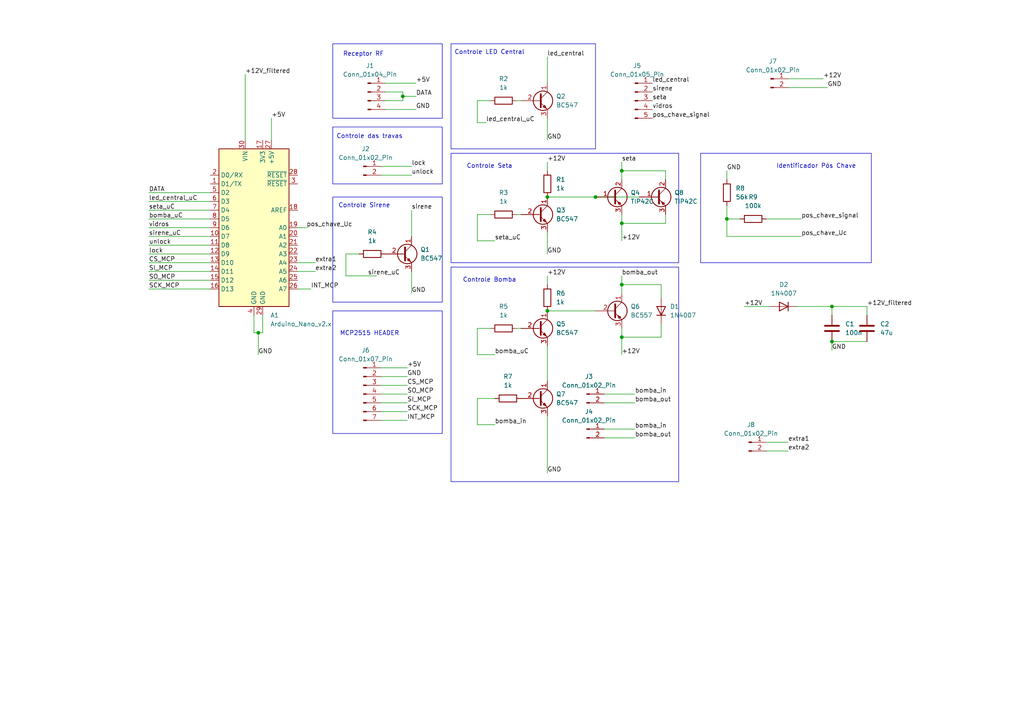
<source format=kicad_sch>
(kicad_sch (version 20231120) (generator "eeschema") (generator_version "8.0")
  (paper "A4")
  (lib_symbols
    (symbol "Connector:Conn_01x02_Pin" (pin_names (offset 1.016) hide)
      (property "Reference" "J" (at 0 2.54 0))
      (property "Value" "Conn_01x02_Pin" (at 0 -5.08 0))
      (symbol "Conn_01x02_Pin_1_1"
        (polyline (pts (xy 1.27 -2.54) (xy 0.8636 -2.54)) (stroke (width 0.1524)))
        (polyline (pts (xy 1.27 0) (xy 0.8636 0)) (stroke (width 0.1524)))
        (rectangle (start 0.8636 -2.413) (end 0 -2.667) (stroke (width 0.1524)) (fill (type outline)))
        (rectangle (start 0.8636 0.127) (end 0 -0.127) (stroke (width 0.1524)) (fill (type outline)))
        (pin passive line (at 5.08 0 180) (length 3.81) (name "Pin_1") (number "1"))
        (pin passive line (at 5.08 -2.54 180) (length 3.81) (name "Pin_2") (number "2"))
      )
    )
    (symbol "Connector:Conn_01x04_Pin" (pin_names (offset 1.016) hide)
      (property "Reference" "J" (at 0 5.08 0))
      (property "Value" "Conn_01x04_Pin" (at 0 -7.62 0))
      (symbol "Conn_01x04_Pin_1_1"
        (polyline (pts (xy 1.27 -5.08) (xy 0.8636 -5.08)) (stroke (width 0.1524)))
        (polyline (pts (xy 1.27 -2.54) (xy 0.8636 -2.54)) (stroke (width 0.1524)))
        (polyline (pts (xy 1.27 0) (xy 0.8636 0)) (stroke (width 0.1524)))
        (polyline (pts (xy 1.27 2.54) (xy 0.8636 2.54)) (stroke (width 0.1524)))
        (rectangle (start 0.8636 -4.953) (end 0 -5.207) (stroke (width 0.1524)) (fill (type outline)))
        (rectangle (start 0.8636 -2.413) (end 0 -2.667) (stroke (width 0.1524)) (fill (type outline)))
        (rectangle (start 0.8636 0.127) (end 0 -0.127) (stroke (width 0.1524)) (fill (type outline)))
        (rectangle (start 0.8636 2.667) (end 0 2.413) (stroke (width 0.1524)) (fill (type outline)))
        (pin passive line (at 5.08 2.54 180) (length 3.81) (name "Pin_1") (number "1"))
        (pin passive line (at 5.08 0 180) (length 3.81) (name "Pin_2") (number "2"))
        (pin passive line (at 5.08 -2.54 180) (length 3.81) (name "Pin_3") (number "3"))
        (pin passive line (at 5.08 -5.08 180) (length 3.81) (name "Pin_4") (number "4"))
      )
    )
    (symbol "Connector:Conn_01x05_Pin" (pin_names (offset 1.016) hide)
      (property "Reference" "J" (at 0 7.62 0))
      (property "Value" "Conn_01x05_Pin" (at 0 -7.62 0))
      (symbol "Conn_01x05_Pin_1_1"
        (polyline (pts (xy 1.27 -5.08) (xy 0.8636 -5.08)) (stroke (width 0.1524)))
        (polyline (pts (xy 1.27 -2.54) (xy 0.8636 -2.54)) (stroke (width 0.1524)))
        (polyline (pts (xy 1.27 0) (xy 0.8636 0)) (stroke (width 0.1524)))
        (polyline (pts (xy 1.27 2.54) (xy 0.8636 2.54)) (stroke (width 0.1524)))
        (polyline (pts (xy 1.27 5.08) (xy 0.8636 5.08)) (stroke (width 0.1524)))
        (rectangle (start 0.8636 -4.953) (end 0 -5.207) (stroke (width 0.1524)) (fill (type outline)))
        (rectangle (start 0.8636 -2.413) (end 0 -2.667) (stroke (width 0.1524)) (fill (type outline)))
        (rectangle (start 0.8636 0.127) (end 0 -0.127) (stroke (width 0.1524)) (fill (type outline)))
        (rectangle (start 0.8636 2.667) (end 0 2.413) (stroke (width 0.1524)) (fill (type outline)))
        (rectangle (start 0.8636 5.207) (end 0 4.953) (stroke (width 0.1524)) (fill (type outline)))
        (pin passive line (at 5.08 5.08 180) (length 3.81) (name "Pin_1") (number "1"))
        (pin passive line (at 5.08 2.54 180) (length 3.81) (name "Pin_2") (number "2"))
        (pin passive line (at 5.08 0 180) (length 3.81) (name "Pin_3") (number "3"))
        (pin passive line (at 5.08 -2.54 180) (length 3.81) (name "Pin_4") (number "4"))
        (pin passive line (at 5.08 -5.08 180) (length 3.81) (name "Pin_5") (number "5"))
      )
    )
    (symbol "Connector:Conn_01x07_Pin" (pin_names (offset 1.016) hide)
      (property "Reference" "J" (at 0 10.16 0))
      (property "Value" "Conn_01x07_Pin" (at 0 -10.16 0))
      (symbol "Conn_01x07_Pin_1_1"
        (polyline (pts (xy 1.27 -7.62) (xy 0.8636 -7.62)) (stroke (width 0.1524)))
        (polyline (pts (xy 1.27 -5.08) (xy 0.8636 -5.08)) (stroke (width 0.1524)))
        (polyline (pts (xy 1.27 -2.54) (xy 0.8636 -2.54)) (stroke (width 0.1524)))
        (polyline (pts (xy 1.27 0) (xy 0.8636 0)) (stroke (width 0.1524)))
        (polyline (pts (xy 1.27 2.54) (xy 0.8636 2.54)) (stroke (width 0.1524)))
        (polyline (pts (xy 1.27 5.08) (xy 0.8636 5.08)) (stroke (width 0.1524)))
        (polyline (pts (xy 1.27 7.62) (xy 0.8636 7.62)) (stroke (width 0.1524)))
        (rectangle (start 0.8636 -7.493) (end 0 -7.747) (stroke (width 0.1524)) (fill (type outline)))
        (rectangle (start 0.8636 -4.953) (end 0 -5.207) (stroke (width 0.1524)) (fill (type outline)))
        (rectangle (start 0.8636 -2.413) (end 0 -2.667) (stroke (width 0.1524)) (fill (type outline)))
        (rectangle (start 0.8636 0.127) (end 0 -0.127) (stroke (width 0.1524)) (fill (type outline)))
        (rectangle (start 0.8636 2.667) (end 0 2.413) (stroke (width 0.1524)) (fill (type outline)))
        (rectangle (start 0.8636 5.207) (end 0 4.953) (stroke (width 0.1524)) (fill (type outline)))
        (rectangle (start 0.8636 7.747) (end 0 7.493) (stroke (width 0.1524)) (fill (type outline)))
        (pin passive line (at 5.08 7.62 180) (length 3.81) (name "Pin_1") (number "1"))
        (pin passive line (at 5.08 5.08 180) (length 3.81) (name "Pin_2") (number "2"))
        (pin passive line (at 5.08 2.54 180) (length 3.81) (name "Pin_3") (number "3"))
        (pin passive line (at 5.08 0 180) (length 3.81) (name "Pin_4") (number "4"))
        (pin passive line (at 5.08 -2.54 180) (length 3.81) (name "Pin_5") (number "5"))
        (pin passive line (at 5.08 -5.08 180) (length 3.81) (name "Pin_6") (number "6"))
        (pin passive line (at 5.08 -7.62 180) (length 3.81) (name "Pin_7") (number "7"))
      )
    )
    (symbol "Device:C" (pin_numbers hide) (pin_names (offset 0.254))
      (property "Reference" "C" (at 0.635 2.54 0))
      (property "Value" "C" (at 0.635 -2.54 0))
      (symbol "C_0_1"
        (polyline (pts (xy -2.032 -0.762) (xy 2.032 -0.762)) (stroke (width 0.508)))
        (polyline (pts (xy -2.032 0.762) (xy 2.032 0.762)) (stroke (width 0.508)))
      )
      (symbol "C_1_1"
        (pin passive line (at 0 3.81 270) (length 2.794) (name "~") (number "1"))
        (pin passive line (at 0 -3.81 90) (length 2.794) (name "~") (number "2"))
      )
    )
    (symbol "Device:R" (pin_numbers hide) (pin_names (offset 0))
      (property "Reference" "R" (at 2.032 0 90))
      (property "Value" "R" (at 0 0 90))
      (symbol "R_0_1"
        (rectangle (start -1.016 -2.54) (end 1.016 2.54) (stroke (width 0.254)))
      )
      (symbol "R_1_1"
        (pin passive line (at 0 3.81 270) (length 1.27) (name "~") (number "1"))
        (pin passive line (at 0 -3.81 90) (length 1.27) (name "~") (number "2"))
      )
    )
    (symbol "Diode:1N4007" (pin_numbers hide) (pin_names hide)
      (property "Reference" "D" (at 0 2.54 0))
      (property "Value" "1N4007" (at 0 -2.54 0))
      (symbol "1N4007_0_1"
        (polyline (pts (xy -1.27 1.27) (xy -1.27 -1.27)) (stroke (width 0.254)))
        (polyline (pts (xy 1.27 0) (xy -1.27 0)))
        (polyline (pts (xy 1.27 1.27) (xy 1.27 -1.27) (xy -1.27 0) (xy 1.27 1.27)) (stroke (width 0.254)))
      )
      (symbol "1N4007_1_1"
        (pin passive line (at -3.81 0 0) (length 2.54) (name "K") (number "1"))
        (pin passive line (at 3.81 0 180) (length 2.54) (name "A") (number "2"))
      )
    )
    (symbol "MCU_Module:Arduino_Nano_v2.x"
      (property "Reference" "A" (at -10.16 23.495 0))
      (property "Value" "Arduino_Nano_v2.x" (at 5.08 -24.13 0))
      (symbol "Arduino_Nano_v2.x_0_1"
        (rectangle (start -10.16 22.86) (end 10.16 -22.86) (stroke (width 0.254)) (fill (type background)))
      )
      (symbol "Arduino_Nano_v2.x_1_1"
        (pin bidirectional line (at -12.7 12.7 0) (length 2.54) (name "D1/TX") (number "1"))
        (pin bidirectional line (at -12.7 -2.54 0) (length 2.54) (name "D7") (number "10"))
        (pin bidirectional line (at -12.7 -5.08 0) (length 2.54) (name "D8") (number "11"))
        (pin bidirectional line (at -12.7 -7.62 0) (length 2.54) (name "D9") (number "12"))
        (pin bidirectional line (at -12.7 -10.16 0) (length 2.54) (name "D10") (number "13"))
        (pin bidirectional line (at -12.7 -12.7 0) (length 2.54) (name "D11") (number "14"))
        (pin bidirectional line (at -12.7 -15.24 0) (length 2.54) (name "D12") (number "15"))
        (pin bidirectional line (at -12.7 -17.78 0) (length 2.54) (name "D13") (number "16"))
        (pin power_out line (at 2.54 25.4 270) (length 2.54) (name "3V3") (number "17"))
        (pin input line (at 12.7 5.08 180) (length 2.54) (name "AREF") (number "18"))
        (pin bidirectional line (at 12.7 0 180) (length 2.54) (name "A0") (number "19"))
        (pin bidirectional line (at -12.7 15.24 0) (length 2.54) (name "D0/RX") (number "2"))
        (pin bidirectional line (at 12.7 -2.54 180) (length 2.54) (name "A1") (number "20"))
        (pin bidirectional line (at 12.7 -5.08 180) (length 2.54) (name "A2") (number "21"))
        (pin bidirectional line (at 12.7 -7.62 180) (length 2.54) (name "A3") (number "22"))
        (pin bidirectional line (at 12.7 -10.16 180) (length 2.54) (name "A4") (number "23"))
        (pin bidirectional line (at 12.7 -12.7 180) (length 2.54) (name "A5") (number "24"))
        (pin bidirectional line (at 12.7 -15.24 180) (length 2.54) (name "A6") (number "25"))
        (pin bidirectional line (at 12.7 -17.78 180) (length 2.54) (name "A7") (number "26"))
        (pin power_out line (at 5.08 25.4 270) (length 2.54) (name "+5V") (number "27"))
        (pin input line (at 12.7 15.24 180) (length 2.54) (name "~{RESET}") (number "28"))
        (pin power_in line (at 2.54 -25.4 90) (length 2.54) (name "GND") (number "29"))
        (pin input line (at 12.7 12.7 180) (length 2.54) (name "~{RESET}") (number "3"))
        (pin power_in line (at -2.54 25.4 270) (length 2.54) (name "VIN") (number "30"))
        (pin power_in line (at 0 -25.4 90) (length 2.54) (name "GND") (number "4"))
        (pin bidirectional line (at -12.7 10.16 0) (length 2.54) (name "D2") (number "5"))
        (pin bidirectional line (at -12.7 7.62 0) (length 2.54) (name "D3") (number "6"))
        (pin bidirectional line (at -12.7 5.08 0) (length 2.54) (name "D4") (number "7"))
        (pin bidirectional line (at -12.7 2.54 0) (length 2.54) (name "D5") (number "8"))
        (pin bidirectional line (at -12.7 0 0) (length 2.54) (name "D6") (number "9"))
      )
    )
    (symbol "Transistor_BJT:BC547" (pin_names (offset 0) hide)
      (property "Reference" "Q" (at 5.08 1.905 0))
      (property "Value" "BC547" (at 5.08 0 0))
      (symbol "BC547_0_1"
        (polyline (pts (xy 0 0) (xy 0.635 0)))
        (polyline (pts (xy 0.635 0.635) (xy 2.54 2.54)))
        (polyline (pts (xy 0.635 -0.635) (xy 2.54 -2.54) (xy 2.54 -2.54)))
        (polyline (pts (xy 0.635 1.905) (xy 0.635 -1.905) (xy 0.635 -1.905)) (stroke (width 0.508)))
        (polyline (pts (xy 1.27 -1.778) (xy 1.778 -1.27) (xy 2.286 -2.286) (xy 1.27 -1.778) (xy 1.27 -1.778)) (fill (type outline)))
        (circle (center 1.27 0) (radius 2.8194) (stroke (width 0.254)))
      )
      (symbol "BC547_1_1"
        (pin passive line (at 2.54 5.08 270) (length 2.54) (name "C") (number "1"))
        (pin input line (at -5.08 0 0) (length 5.08) (name "B") (number "2"))
        (pin passive line (at 2.54 -5.08 90) (length 2.54) (name "E") (number "3"))
      )
    )
    (symbol "Transistor_BJT:BC557" (pin_names (offset 0) hide)
      (property "Reference" "Q" (at 5.08 1.905 0))
      (property "Value" "BC557" (at 5.08 0 0))
      (symbol "BC557_0_1"
        (polyline (pts (xy 0.635 0.635) (xy 2.54 2.54)))
        (polyline (pts (xy 0.635 -0.635) (xy 2.54 -2.54) (xy 2.54 -2.54)))
        (polyline (pts (xy 0.635 1.905) (xy 0.635 -1.905) (xy 0.635 -1.905)) (stroke (width 0.508)))
        (polyline (pts (xy 2.286 -1.778) (xy 1.778 -2.286) (xy 1.27 -1.27) (xy 2.286 -1.778) (xy 2.286 -1.778)) (fill (type outline)))
        (circle (center 1.27 0) (radius 2.8194) (stroke (width 0.254)))
      )
      (symbol "BC557_1_1"
        (pin passive line (at 2.54 5.08 270) (length 2.54) (name "C") (number "1"))
        (pin input line (at -5.08 0 0) (length 5.715) (name "B") (number "2"))
        (pin passive line (at 2.54 -5.08 90) (length 2.54) (name "E") (number "3"))
      )
    )
    (symbol "Transistor_BJT:TIP42C" (pin_names (offset 0) hide)
      (property "Reference" "Q" (at 6.35 1.905 0))
      (property "Value" "TIP42C" (at 6.35 0 0))
      (symbol "TIP42C_0_1"
        (polyline (pts (xy 0.635 0.635) (xy 2.54 2.54)))
        (polyline (pts (xy 0.635 -0.635) (xy 2.54 -2.54) (xy 2.54 -2.54)))
        (polyline (pts (xy 0.635 1.905) (xy 0.635 -1.905) (xy 0.635 -1.905)) (stroke (width 0.508)))
        (polyline (pts (xy 2.286 -1.778) (xy 1.778 -2.286) (xy 1.27 -1.27) (xy 2.286 -1.778) (xy 2.286 -1.778)) (fill (type outline)))
        (circle (center 1.27 0) (radius 2.8194) (stroke (width 0.254)))
      )
      (symbol "TIP42C_1_1"
        (pin input line (at -5.08 0 0) (length 5.715) (name "B") (number "1"))
        (pin passive line (at 2.54 5.08 270) (length 2.54) (name "C") (number "2"))
        (pin passive line (at 2.54 -5.08 90) (length 2.54) (name "E") (number "3"))
      )
    )
  )
  (junction (at 158.75 57.15))
  (junction (at 241.3 99.06))
  (junction (at 180.34 64.77))
  (junction (at 172.72 57.15))
  (junction (at 180.34 49.53))
  (junction (at 180.34 97.79))
  (junction (at 74.93 96.52))
  (junction (at 241.3 88.9))
  (junction (at 158.75 90.17))
  (junction (at 180.34 82.55))
  (junction (at 210.82 63.5))
  (junction (at 116.84 27.94))
  (wire (pts (xy 184.15 127) (xy 175.26 127)))
  (wire (pts (xy 110.49 114.3) (xy 118.11 114.3)))
  (wire (pts (xy 138.43 69.85) (xy 138.43 62.23)))
  (wire (pts (xy 43.18 68.58) (xy 60.96 68.58)))
  (wire (pts (xy 180.34 82.55) (xy 180.34 85.09)))
  (wire (pts (xy 74.93 96.52) (xy 76.2 96.52)))
  (wire (pts (xy 76.2 96.52) (xy 76.2 91.44)))
  (wire (pts (xy 184.15 124.46) (xy 175.26 124.46)))
  (wire (pts (xy 215.9 88.9) (xy 223.52 88.9)))
  (wire (pts (xy 138.43 29.21) (xy 142.24 29.21)))
  (wire (pts (xy 110.49 116.84) (xy 118.11 116.84)))
  (wire (pts (xy 241.3 99.06) (xy 251.46 99.06)))
  (wire (pts (xy 118.11 106.68) (xy 110.49 106.68)))
  (wire (pts (xy 228.6 128.27) (xy 222.25 128.27)))
  (wire (pts (xy 158.75 80.01) (xy 158.75 82.55)))
  (wire (pts (xy 210.82 68.58) (xy 210.82 63.5)))
  (wire (pts (xy 110.49 119.38) (xy 118.11 119.38)))
  (wire (pts (xy 43.18 83.82) (xy 60.96 83.82)))
  (wire (pts (xy 120.65 27.94) (xy 116.84 27.94)))
  (wire (pts (xy 158.75 40.64) (xy 158.75 34.29)))
  (wire (pts (xy 138.43 62.23) (xy 142.24 62.23)))
  (wire (pts (xy 138.43 35.56) (xy 140.97 35.56)))
  (wire (pts (xy 91.44 76.2) (xy 86.36 76.2)))
  (wire (pts (xy 158.75 57.15) (xy 172.72 57.15)))
  (wire (pts (xy 180.34 49.53) (xy 193.04 49.53)))
  (wire (pts (xy 43.18 78.74) (xy 60.96 78.74)))
  (wire (pts (xy 191.77 97.79) (xy 180.34 97.79)))
  (wire (pts (xy 180.34 64.77) (xy 180.34 62.23)))
  (wire (pts (xy 180.34 97.79) (xy 180.34 102.87)))
  (wire (pts (xy 158.75 90.17) (xy 172.72 90.17)))
  (wire (pts (xy 232.41 68.58) (xy 210.82 68.58)))
  (wire (pts (xy 110.49 121.92) (xy 118.11 121.92)))
  (wire (pts (xy 180.34 46.99) (xy 180.34 49.53)))
  (wire (pts (xy 180.34 95.25) (xy 180.34 97.79)))
  (wire (pts (xy 193.04 64.77) (xy 180.34 64.77)))
  (wire (pts (xy 180.34 69.85) (xy 180.34 64.77)))
  (wire (pts (xy 241.3 99.06) (xy 241.3 101.6)))
  (wire (pts (xy 43.18 81.28) (xy 60.96 81.28)))
  (wire (pts (xy 43.18 76.2) (xy 60.96 76.2)))
  (wire (pts (xy 232.41 63.5) (xy 222.25 63.5)))
  (wire (pts (xy 110.49 111.76) (xy 118.11 111.76)))
  (wire (pts (xy 184.15 114.3) (xy 175.26 114.3)))
  (wire (pts (xy 158.75 100.33) (xy 158.75 110.49)))
  (wire (pts (xy 116.84 29.21) (xy 111.76 29.21)))
  (wire (pts (xy 251.46 91.44) (xy 251.46 88.9)))
  (wire (pts (xy 90.17 83.82) (xy 86.36 83.82)))
  (wire (pts (xy 43.18 73.66) (xy 60.96 73.66)))
  (wire (pts (xy 43.18 60.96) (xy 60.96 60.96)))
  (wire (pts (xy 119.38 48.26) (xy 110.49 48.26)))
  (wire (pts (xy 43.18 55.88) (xy 60.96 55.88)))
  (wire (pts (xy 180.34 49.53) (xy 180.34 52.07)))
  (wire (pts (xy 191.77 86.36) (xy 191.77 82.55)))
  (wire (pts (xy 138.43 123.19) (xy 138.43 115.57)))
  (wire (pts (xy 184.15 116.84) (xy 175.26 116.84)))
  (wire (pts (xy 238.76 22.86) (xy 228.6 22.86)))
  (wire (pts (xy 158.75 120.65) (xy 158.75 137.16)))
  (wire (pts (xy 172.72 57.15) (xy 185.42 57.15)))
  (wire (pts (xy 241.3 88.9) (xy 251.46 88.9)))
  (wire (pts (xy 158.75 73.66) (xy 158.75 67.31)))
  (wire (pts (xy 193.04 52.07) (xy 193.04 49.53)))
  (wire (pts (xy 158.75 46.99) (xy 158.75 49.53)))
  (wire (pts (xy 143.51 69.85) (xy 138.43 69.85)))
  (wire (pts (xy 138.43 102.87) (xy 138.43 95.25)))
  (wire (pts (xy 120.65 24.13) (xy 111.76 24.13)))
  (wire (pts (xy 118.11 109.22) (xy 110.49 109.22)))
  (wire (pts (xy 191.77 82.55) (xy 180.34 82.55)))
  (wire (pts (xy 149.86 62.23) (xy 151.13 62.23)))
  (wire (pts (xy 210.82 49.53) (xy 210.82 52.07)))
  (wire (pts (xy 210.82 63.5) (xy 214.63 63.5)))
  (wire (pts (xy 74.93 102.87) (xy 74.93 96.52)))
  (wire (pts (xy 210.82 59.69) (xy 210.82 63.5)))
  (wire (pts (xy 231.14 88.9) (xy 241.3 88.9)))
  (wire (pts (xy 180.34 80.01) (xy 180.34 82.55)))
  (wire (pts (xy 191.77 93.98) (xy 191.77 97.79)))
  (wire (pts (xy 91.44 78.74) (xy 86.36 78.74)))
  (wire (pts (xy 43.18 71.12) (xy 60.96 71.12)))
  (wire (pts (xy 73.66 91.44) (xy 73.66 96.52)))
  (wire (pts (xy 138.43 35.56) (xy 138.43 29.21)))
  (wire (pts (xy 116.84 26.67) (xy 116.84 27.94)))
  (wire (pts (xy 71.12 21.59) (xy 71.12 40.64)))
  (wire (pts (xy 119.38 60.96) (xy 119.38 68.58)))
  (wire (pts (xy 88.9 66.04) (xy 86.36 66.04)))
  (wire (pts (xy 119.38 50.8) (xy 110.49 50.8)))
  (wire (pts (xy 149.86 95.25) (xy 151.13 95.25)))
  (wire (pts (xy 158.75 16.51) (xy 158.75 24.13)))
  (wire (pts (xy 100.33 80.01) (xy 109.22 80.01)))
  (wire (pts (xy 138.43 115.57) (xy 143.51 115.57)))
  (wire (pts (xy 120.65 31.75) (xy 111.76 31.75)))
  (wire (pts (xy 100.33 73.66) (xy 104.14 73.66)))
  (wire (pts (xy 78.74 34.29) (xy 78.74 40.64)))
  (wire (pts (xy 240.03 25.4) (xy 228.6 25.4)))
  (wire (pts (xy 100.33 80.01) (xy 100.33 73.66)))
  (wire (pts (xy 241.3 91.44) (xy 241.3 88.9)))
  (wire (pts (xy 43.18 66.04) (xy 60.96 66.04)))
  (wire (pts (xy 138.43 95.25) (xy 142.24 95.25)))
  (wire (pts (xy 73.66 96.52) (xy 74.93 96.52)))
  (wire (pts (xy 193.04 62.23) (xy 193.04 64.77)))
  (wire (pts (xy 143.51 102.87) (xy 138.43 102.87)))
  (wire (pts (xy 43.18 58.42) (xy 60.96 58.42)))
  (wire (pts (xy 149.86 29.21) (xy 151.13 29.21)))
  (wire (pts (xy 116.84 27.94) (xy 116.84 29.21)))
  (wire (pts (xy 143.51 123.19) (xy 138.43 123.19)))
  (wire (pts (xy 119.38 85.09) (xy 119.38 78.74)))
  (wire (pts (xy 228.6 130.81) (xy 222.25 130.81)))
  (wire (pts (xy 111.76 26.67) (xy 116.84 26.67)))
  (wire (pts (xy 43.18 63.5) (xy 60.96 63.5)))
  (rectangle (start 203.2 44.45) (end 252.73 76.2))
  (rectangle (start 130.81 44.45) (end 196.85 76.2))
  (rectangle (start 130.81 77.47) (end 196.85 139.7))
  (rectangle (start 130.81 12.7) (end 172.72 43.18))
  (rectangle (start 96.52 36.83) (end 128.27 53.34))
  (rectangle (start 96.52 57.15) (end 128.27 87.63))
  (rectangle (start 96.52 12.7) (end 128.27 34.29))
  (rectangle (start 96.52 90.17) (end 128.27 125.73))
  (text "Controle LED Central" (at 141.986 15.24 0) (effects (font (size 1.27 1.27))))
  (text "Controle Seta" (at 141.986 48.26 0) (effects (font (size 1.27 1.27))))
  (text "MCP2515 HEADER\n" (at 107.188 96.774 0) (effects (font (size 1.27 1.27))))
  (text "Identificador Pós Chave\n" (at 236.728 48.26 0) (effects (font (size 1.27 1.27))))
  (text "Controle das travas\n" (at 107.188 39.624 0) (effects (font (size 1.27 1.27))))
  (text "Receptor RF\n" (at 105.41 15.748 0) (effects (font (size 1.27 1.27))))
  (text "Controle Sirene" (at 105.664 59.69 0) (effects (font (size 1.27 1.27))))
  (text "Controle Bomba" (at 141.986 81.28 0) (effects (font (size 1.27 1.27))))
  (label "+12V" (at 180.34 102.87 0))
  (label "GND" (at 158.75 40.64 0))
  (label "seta_uC" (at 143.51 69.85 0))
  (label "bomba_uC" (at 143.51 102.87 0))
  (label "CS_MCP" (at 43.18 76.2 0))
  (label "+12V" (at 158.75 46.99 0))
  (label "GND" (at 210.82 49.53 0))
  (label "DATA" (at 43.18 55.88 0))
  (label "SI_MCP" (at 118.11 116.84 0))
  (label "GND" (at 241.3 101.6 0))
  (label "led_central" (at 189.23 24.13 0))
  (label "+5V" (at 120.65 24.13 0))
  (label "extra1" (at 91.44 76.2 0))
  (label "GND" (at 118.11 109.22 0))
  (label "pos_chave_Uc" (at 232.41 68.58 0))
  (label "extra2" (at 91.44 78.74 0))
  (label "sirene" (at 189.23 26.67 0))
  (label "unlock" (at 43.18 71.12 0))
  (label "+5V" (at 118.11 106.68 0))
  (label "seta_uC" (at 43.18 60.96 0))
  (label "lock" (at 43.18 73.66 0))
  (label "bomba_out" (at 184.15 116.84 0))
  (label "INT_MCP" (at 90.17 83.82 0))
  (label "bomba_uC" (at 43.18 63.5 0))
  (label "lock" (at 119.38 48.26 0))
  (label "GND" (at 120.65 31.75 0))
  (label "GND" (at 158.75 137.16 0))
  (label "extra2" (at 228.6 130.81 0))
  (label "seta" (at 180.34 46.99 0))
  (label "GND" (at 158.75 73.66 0))
  (label "bomba_in" (at 184.15 114.3 0))
  (label "SI_MCP" (at 43.18 78.74 0))
  (label "vidros" (at 43.18 66.04 0))
  (label "sirene_uC" (at 106.68 80.01 0))
  (label "SCK_MCP" (at 118.11 119.38 0))
  (label "CS_MCP" (at 118.11 111.76 0))
  (label "+12V" (at 215.9 88.9 0))
  (label "led_central_uC" (at 43.18 58.42 0))
  (label "DATA" (at 120.65 27.94 0))
  (label "bomba_out" (at 184.15 127 0))
  (label "SCK_MCP" (at 43.18 83.82 0))
  (label "seta" (at 189.23 29.21 0))
  (label "SO_MCP" (at 118.11 114.3 0))
  (label "SO_MCP" (at 43.18 81.28 0))
  (label "pos_chave_signal" (at 232.41 63.5 0))
  (label "sirene" (at 119.38 60.96 0))
  (label "bomba_out" (at 180.34 80.01 0))
  (label "pos_chave_signal" (at 189.23 34.29 0))
  (label "INT_MCP" (at 118.11 121.92 0))
  (label "bomba_in" (at 143.51 123.19 0))
  (label "unlock" (at 119.38 50.8 0))
  (label "GND" (at 74.93 102.87 0))
  (label "+12V" (at 158.75 80.01 0))
  (label "vidros" (at 189.23 31.75 0))
  (label "extra1" (at 228.6 128.27 0))
  (label "bomba_in" (at 184.15 124.46 0))
  (label "led_central" (at 158.75 16.51 0))
  (label "+12V" (at 238.76 22.86 0))
  (label "+12V_filtered" (at 251.46 88.9 0))
  (label "sirene_uC" (at 43.18 68.58 0))
  (label "GND" (at 119.38 85.09 0))
  (label "led_central_uC" (at 140.97 35.56 0))
  (label "GND" (at 240.03 25.4 0))
  (label "+12V" (at 180.34 69.85 0))
  (label "+5V" (at 78.74 34.29 0))
  (label "pos_chave_Uc" (at 88.9 66.04 0))
  (label "+12V_filtered" (at 71.12 21.59 0))
  (symbol (lib_id "Connector:Conn_01x07_Pin") (at 105.41 114.3 0) (unit 1)
    (property "Reference" "J6" (at 106.045 101.6 0))
    (property "Value" "Conn_01x07_Pin" (at 106.045 104.14 0))
    (property "Footprint" "Connector_PinSocket_2.54mm:PinSocket_1x07_P2.54mm_Vertical" (effects (hide yes)))
    (property "Description" "Generic connector, single row, 01x07, script generated" (effects (hide yes)))
  )
  (symbol (lib_id "Connector:Conn_01x02_Pin") (at 223.52 22.86 0) (unit 1)
    (property "Reference" "J7" (at 224.155 17.78 0))
    (property "Value" "Conn_01x02_Pin" (at 224.155 20.32 0))
    (property "Footprint" "Connector_PinSocket_2.54mm:PinSocket_1x02_P2.54mm_Vertical" (effects (hide yes)))
    (property "Description" "Generic connector, single row, 01x02, script generated" (effects (hide yes)))
  )
  (symbol (lib_id "MCU_Module:Arduino_Nano_v2.x") (at 73.66 66.04 0) (unit 1)
    (property "Reference" "A1" (at 78.3941 91.44 0) (effects (justify left)))
    (property "Value" "Arduino_Nano_v2.x" (at 78.3941 93.98 0) (effects (justify left)))
    (property "Footprint" "Module:Arduino_Nano" (effects (hide yes)))
    (property "Datasheet" "https://www.arduino.cc/en/uploads/Main/ArduinoNanoManual23.pdf" (effects (hide yes)))
    (property "Description" "Arduino Nano v2.x" (effects (hide yes)))
  )
  (symbol (lib_id "Device:R") (at 158.75 86.36 0) (unit 1)
    (property "Reference" "R6" (at 161.29 85.0899 0) (effects (justify left)))
    (property "Value" "1k" (at 161.29 87.6299 0) (effects (justify left)))
    (property "Footprint" "Resistor_THT:R_Axial_DIN0207_L6.3mm_D2.5mm_P10.16mm_Horizontal" (effects (hide yes)))
    (property "Description" "Resistor" (effects (hide yes)))
  )
  (symbol (lib_id "Device:R") (at 158.75 53.34 0) (unit 1)
    (property "Reference" "R1" (at 161.29 52.0699 0) (effects (justify left)))
    (property "Value" "1k" (at 161.29 54.6099 0) (effects (justify left)))
    (property "Footprint" "Resistor_THT:R_Axial_DIN0207_L6.3mm_D2.5mm_P10.16mm_Horizontal" (effects (hide yes)))
    (property "Description" "Resistor" (effects (hide yes)))
  )
  (symbol (lib_id "Transistor_BJT:BC547") (at 156.21 95.25 0) (unit 1)
    (property "Reference" "Q5" (at 161.29 93.9799 0) (effects (justify left)))
    (property "Value" "BC547" (at 161.29 96.5199 0) (effects (justify left)))
    (property "Footprint" "Package_TO_SOT_THT:TO-92_Inline" (effects (hide yes)))
    (property "Datasheet" "https://www.onsemi.com/pub/Collateral/BC550-D.pdf" (effects (hide yes)))
    (property "Description" "0.1A Ic, 45V Vce, Small Signal NPN Transistor, TO-92" (effects (hide yes)))
  )
  (symbol (lib_id "Device:R") (at 147.32 115.57 90) (unit 1)
    (property "Reference" "R7" (at 147.32 109.22 90))
    (property "Value" "1k" (at 147.32 111.76 90))
    (property "Footprint" "Resistor_THT:R_Axial_DIN0207_L6.3mm_D2.5mm_P10.16mm_Horizontal" (effects (hide yes)))
    (property "Description" "Resistor" (effects (hide yes)))
  )
  (symbol (lib_id "Transistor_BJT:BC547") (at 156.21 115.57 0) (unit 1)
    (property "Reference" "Q7" (at 161.29 114.2999 0) (effects (justify left)))
    (property "Value" "BC547" (at 161.29 116.8399 0) (effects (justify left)))
    (property "Footprint" "Package_TO_SOT_THT:TO-92_Inline" (effects (hide yes)))
    (property "Datasheet" "https://www.onsemi.com/pub/Collateral/BC550-D.pdf" (effects (hide yes)))
    (property "Description" "0.1A Ic, 45V Vce, Small Signal NPN Transistor, TO-92" (effects (hide yes)))
  )
  (symbol (lib_id "Connector:Conn_01x02_Pin") (at 105.41 48.26 0) (unit 1)
    (property "Reference" "J2" (at 106.045 43.18 0))
    (property "Value" "Conn_01x02_Pin" (at 106.045 45.72 0))
    (property "Footprint" "Connector_PinSocket_2.54mm:PinSocket_1x02_P2.54mm_Vertical" (effects (hide yes)))
    (property "Description" "Generic connector, single row, 01x02, script generated" (effects (hide yes)))
  )
  (symbol (lib_id "Transistor_BJT:BC557") (at 177.8 90.17 0) (unit 1)
    (property "Reference" "Q6" (at 182.88 88.8999 0) (effects (justify left)))
    (property "Value" "BC557" (at 182.88 91.4399 0) (effects (justify left)))
    (property "Footprint" "Package_TO_SOT_THT:TO-92_Inline" (effects (hide yes)))
    (property "Datasheet" "https://www.onsemi.com/pub/Collateral/BC556BTA-D.pdf" (effects (hide yes)))
    (property "Description" "0.1A Ic, 45V Vce, PNP Small Signal Transistor, TO-92" (effects (hide yes)))
  )
  (symbol (lib_id "Device:C") (at 251.46 95.25 0) (unit 1)
    (property "Reference" "C2" (at 255.27 93.9799 0) (effects (justify left)))
    (property "Value" "47u" (at 255.27 96.5199 0) (effects (justify left)))
    (property "Footprint" "Capacitor_THT:CP_Radial_D10.0mm_P5.00mm" (effects (hide yes)))
    (property "Description" "Unpolarized capacitor" (effects (hide yes)))
  )
  (symbol (lib_id "Connector:Conn_01x05_Pin") (at 184.15 29.21 0) (unit 1)
    (property "Reference" "J5" (at 184.785 19.05 0))
    (property "Value" "Conn_01x05_Pin" (at 184.785 21.59 0))
    (property "Footprint" "Connector_PinHeader_2.54mm:PinHeader_1x05_P2.54mm_Vertical" (effects (hide yes)))
    (property "Description" "Generic connector, single row, 01x05, script generated" (effects (hide yes)))
  )
  (symbol (lib_id "Device:R") (at 146.05 29.21 90) (unit 1)
    (property "Reference" "R2" (at 146.05 22.86 90))
    (property "Value" "1k" (at 146.05 25.4 90))
    (property "Footprint" "Resistor_THT:R_Axial_DIN0207_L6.3mm_D2.5mm_P10.16mm_Horizontal" (effects (hide yes)))
    (property "Description" "Resistor" (effects (hide yes)))
  )
  (symbol (lib_id "Device:R") (at 146.05 62.23 90) (unit 1)
    (property "Reference" "R3" (at 146.05 55.88 90))
    (property "Value" "1k" (at 146.05 58.42 90))
    (property "Footprint" "Resistor_THT:R_Axial_DIN0207_L6.3mm_D2.5mm_P10.16mm_Horizontal" (effects (hide yes)))
    (property "Description" "Resistor" (effects (hide yes)))
  )
  (symbol (lib_id "Transistor_BJT:BC547") (at 156.21 29.21 0) (unit 1)
    (property "Reference" "Q2" (at 161.29 27.9399 0) (effects (justify left)))
    (property "Value" "BC547" (at 161.29 30.4799 0) (effects (justify left)))
    (property "Footprint" "Package_TO_SOT_THT:TO-92_Inline" (effects (hide yes)))
    (property "Datasheet" "https://www.onsemi.com/pub/Collateral/BC550-D.pdf" (effects (hide yes)))
    (property "Description" "0.1A Ic, 45V Vce, Small Signal NPN Transistor, TO-92" (effects (hide yes)))
  )
  (symbol (lib_id "Connector:Conn_01x02_Pin") (at 217.17 128.27 0) (unit 1)
    (property "Reference" "J8" (at 217.805 123.19 0))
    (property "Value" "Conn_01x02_Pin" (at 217.805 125.73 0))
    (property "Footprint" "Connector_PinSocket_2.54mm:PinSocket_1x02_P2.54mm_Vertical" (effects (hide yes)))
    (property "Description" "Generic connector, single row, 01x02, script generated" (effects (hide yes)))
  )
  (symbol (lib_id "Transistor_BJT:TIP42C") (at 190.5 57.15 0) (unit 1)
    (property "Reference" "Q8" (at 195.58 55.8799 0) (effects (justify left)))
    (property "Value" "TIP42C" (at 195.58 58.4199 0) (effects (justify left)))
    (property "Footprint" "Package_TO_SOT_THT:TO-220-3_Vertical" (effects (hide yes)))
    (property "Datasheet" "https://www.centralsemi.com/get_document.php?cmp=1&mergetype=pd&mergepath=pd&pdf_id=TIP42.PDF" (effects (hide yes)))
    (property "Description" "-6A Ic, -100V Vce, Power PNP Transistor, TO-220" (effects (hide yes)))
  )
  (symbol (lib_id "Connector:Conn_01x02_Pin") (at 170.18 114.3 0) (unit 1)
    (property "Reference" "J3" (at 170.815 109.22 0))
    (property "Value" "Conn_01x02_Pin" (at 170.815 111.76 0))
    (property "Footprint" "Connector_PinSocket_2.54mm:PinSocket_1x02_P2.54mm_Vertical" (effects (hide yes)))
    (property "Description" "Generic connector, single row, 01x02, script generated" (effects (hide yes)))
  )
  (symbol (lib_id "Device:R") (at 218.44 63.5 90) (unit 1)
    (property "Reference" "R9" (at 218.44 57.15 90))
    (property "Value" "100k" (at 218.44 59.69 90))
    (property "Footprint" "Resistor_THT:R_Axial_DIN0207_L6.3mm_D2.5mm_P10.16mm_Horizontal" (effects (hide yes)))
    (property "Description" "Resistor" (effects (hide yes)))
  )
  (symbol (lib_id "Device:R") (at 107.95 73.66 90) (unit 1)
    (property "Reference" "R4" (at 107.95 67.31 90))
    (property "Value" "1k" (at 107.95 69.85 90))
    (property "Footprint" "Resistor_THT:R_Axial_DIN0207_L6.3mm_D2.5mm_P10.16mm_Horizontal" (effects (hide yes)))
    (property "Description" "Resistor" (effects (hide yes)))
  )
  (symbol (lib_id "Device:R") (at 210.82 55.88 0) (unit 1)
    (property "Reference" "R8" (at 213.36 54.6099 0) (effects (justify left)))
    (property "Value" "56k" (at 213.36 57.1499 0) (effects (justify left)))
    (property "Footprint" "Resistor_THT:R_Axial_DIN0207_L6.3mm_D2.5mm_P10.16mm_Horizontal" (effects (hide yes)))
    (property "Description" "Resistor" (effects (hide yes)))
  )
  (symbol (lib_id "Diode:1N4007") (at 191.77 90.17 90) (unit 1)
    (property "Reference" "D1" (at 194.31 88.8999 90) (effects (justify right)))
    (property "Value" "1N4007" (at 194.31 91.4399 90) (effects (justify right)))
    (property "Footprint" "Diode_THT:D_DO-41_SOD81_P10.16mm_Horizontal" (effects (hide yes)))
    (property "Datasheet" "http://www.vishay.com/docs/88503/1n4001.pdf" (effects (hide yes)))
    (property "Description" "1000V 1A General Purpose Rectifier Diode, DO-41" (effects (hide yes)))
    (property "Sim.Device" "D" (effects (hide yes)))
    (property "Sim.Pins" "1=K 2=A" (effects (hide yes)))
  )
  (symbol (lib_id "Connector:Conn_01x04_Pin") (at 106.68 26.67 0) (unit 1)
    (property "Reference" "J1" (at 107.315 19.05 0))
    (property "Value" "Conn_01x04_Pin" (at 107.315 21.59 0))
    (property "Footprint" "Connector_PinSocket_2.54mm:PinSocket_1x04_P2.54mm_Vertical" (effects (hide yes)))
    (property "Description" "Generic connector, single row, 01x04, script generated" (effects (hide yes)))
  )
  (symbol (lib_id "Device:R") (at 146.05 95.25 90) (unit 1)
    (property "Reference" "R5" (at 146.05 88.9 90))
    (property "Value" "1k" (at 146.05 91.44 90))
    (property "Footprint" "Resistor_THT:R_Axial_DIN0207_L6.3mm_D2.5mm_P10.16mm_Horizontal" (effects (hide yes)))
    (property "Description" "Resistor" (effects (hide yes)))
  )
  (symbol (lib_id "Transistor_BJT:BC547") (at 116.84 73.66 0) (unit 1)
    (property "Reference" "Q1" (at 121.92 72.3899 0) (effects (justify left)))
    (property "Value" "BC547" (at 121.92 74.9299 0) (effects (justify left)))
    (property "Footprint" "Package_TO_SOT_THT:TO-92_Inline" (effects (hide yes)))
    (property "Datasheet" "https://www.onsemi.com/pub/Collateral/BC550-D.pdf" (effects (hide yes)))
    (property "Description" "0.1A Ic, 45V Vce, Small Signal NPN Transistor, TO-92" (effects (hide yes)))
  )
  (symbol (lib_id "Transistor_BJT:BC547") (at 156.21 62.23 0) (unit 1)
    (property "Reference" "Q3" (at 161.29 60.9599 0) (effects (justify left)))
    (property "Value" "BC547" (at 161.29 63.4999 0) (effects (justify left)))
    (property "Footprint" "Package_TO_SOT_THT:TO-92_Inline" (effects (hide yes)))
    (property "Datasheet" "https://www.onsemi.com/pub/Collateral/BC550-D.pdf" (effects (hide yes)))
    (property "Description" "0.1A Ic, 45V Vce, Small Signal NPN Transistor, TO-92" (effects (hide yes)))
  )
  (symbol (lib_id "Connector:Conn_01x02_Pin") (at 170.18 124.46 0) (unit 1)
    (property "Reference" "J4" (at 170.815 119.38 0))
    (property "Value" "Conn_01x02_Pin" (at 170.815 121.92 0))
    (property "Footprint" "Connector_PinSocket_2.54mm:PinSocket_1x02_P2.54mm_Vertical" (effects (hide yes)))
    (property "Description" "Generic connector, single row, 01x02, script generated" (effects (hide yes)))
  )
  (symbol (lib_id "Diode:1N4007") (at 227.33 88.9 180) (unit 1)
    (property "Reference" "D2" (at 227.33 82.55 0))
    (property "Value" "1N4007" (at 227.33 85.09 0))
    (property "Footprint" "Diode_THT:D_DO-41_SOD81_P10.16mm_Horizontal" (effects (hide yes)))
    (property "Datasheet" "http://www.vishay.com/docs/88503/1n4001.pdf" (effects (hide yes)))
    (property "Description" "1000V 1A General Purpose Rectifier Diode, DO-41" (effects (hide yes)))
    (property "Sim.Device" "D" (effects (hide yes)))
    (property "Sim.Pins" "1=K 2=A" (effects (hide yes)))
  )
  (symbol (lib_id "Transistor_BJT:TIP42C") (at 177.8 57.15 0) (unit 1)
    (property "Reference" "Q4" (at 182.88 55.8799 0) (effects (justify left)))
    (property "Value" "TIP42C" (at 182.88 58.4199 0) (effects (justify left)))
    (property "Footprint" "Package_TO_SOT_THT:TO-220-3_Vertical" (effects (hide yes)))
    (property "Datasheet" "https://www.centralsemi.com/get_document.php?cmp=1&mergetype=pd&mergepath=pd&pdf_id=TIP42.PDF" (effects (hide yes)))
    (property "Description" "-6A Ic, -100V Vce, Power PNP Transistor, TO-220" (effects (hide yes)))
  )
  (symbol (lib_id "Device:C") (at 241.3 95.25 0) (unit 1)
    (property "Reference" "C1" (at 245.11 93.9799 0) (effects (justify left)))
    (property "Value" "100n" (at 245.11 96.5199 0) (effects (justify left)))
    (property "Footprint" "Capacitor_THT:C_Disc_D5.0mm_W2.5mm_P5.00mm" (effects (hide yes)))
    (property "Description" "Unpolarized capacitor" (effects (hide yes)))
  )
)
</source>
